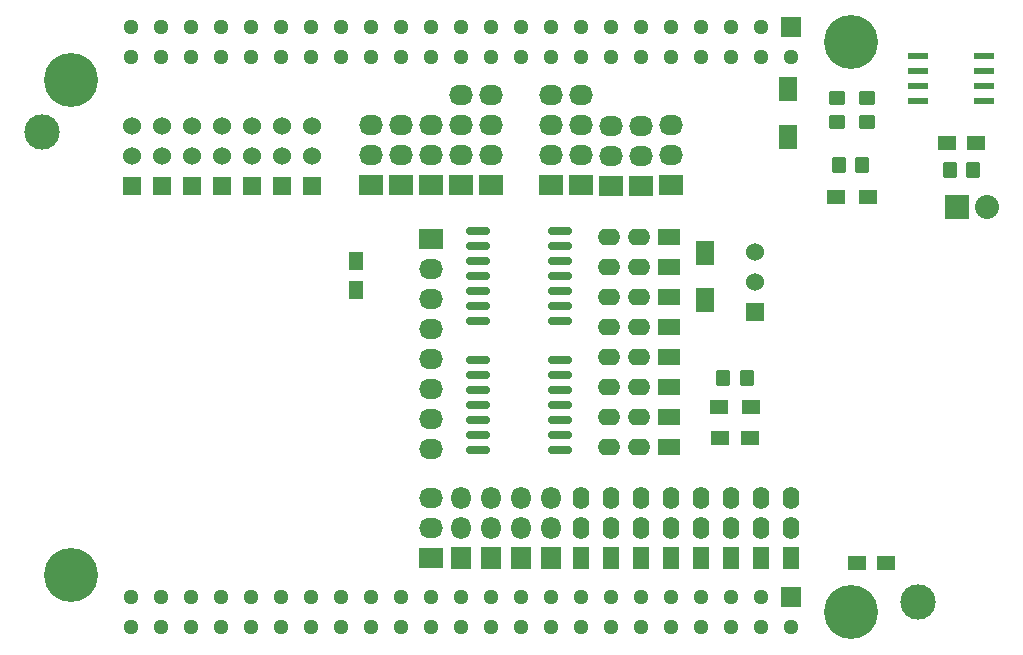
<source format=gbr>
%TF.GenerationSoftware,KiCad,Pcbnew,(6.0.1)*%
%TF.CreationDate,2022-05-20T17:21:30-04:00*%
%TF.ProjectId,BBB-GVS-4,4242422d-4756-4532-9d34-2e6b69636164,0.3*%
%TF.SameCoordinates,PX5962530PY32436e8*%
%TF.FileFunction,Soldermask,Top*%
%TF.FilePolarity,Negative*%
%FSLAX46Y46*%
G04 Gerber Fmt 4.6, Leading zero omitted, Abs format (unit mm)*
G04 Created by KiCad (PCBNEW (6.0.1)) date 2022-05-20 17:21:30*
%MOMM*%
%LPD*%
G01*
G04 APERTURE LIST*
G04 Aperture macros list*
%AMRoundRect*
0 Rectangle with rounded corners*
0 $1 Rounding radius*
0 $2 $3 $4 $5 $6 $7 $8 $9 X,Y pos of 4 corners*
0 Add a 4 corners polygon primitive as box body*
4,1,4,$2,$3,$4,$5,$6,$7,$8,$9,$2,$3,0*
0 Add four circle primitives for the rounded corners*
1,1,$1+$1,$2,$3*
1,1,$1+$1,$4,$5*
1,1,$1+$1,$6,$7*
1,1,$1+$1,$8,$9*
0 Add four rect primitives between the rounded corners*
20,1,$1+$1,$2,$3,$4,$5,0*
20,1,$1+$1,$4,$5,$6,$7,0*
20,1,$1+$1,$6,$7,$8,$9,0*
20,1,$1+$1,$8,$9,$2,$3,0*%
G04 Aperture macros list end*
%ADD10C,4.572000*%
%ADD11R,1.651000X1.651000*%
%ADD12C,1.300480*%
%ADD13RoundRect,0.150000X-0.837500X-0.150000X0.837500X-0.150000X0.837500X0.150000X-0.837500X0.150000X0*%
%ADD14RoundRect,0.250000X0.450000X-0.350000X0.450000X0.350000X-0.450000X0.350000X-0.450000X-0.350000X0*%
%ADD15RoundRect,0.250000X0.350000X0.450000X-0.350000X0.450000X-0.350000X-0.450000X0.350000X-0.450000X0*%
%ADD16RoundRect,0.250000X-0.350000X-0.450000X0.350000X-0.450000X0.350000X0.450000X-0.350000X0.450000X0*%
%ADD17R,1.524000X1.524000*%
%ADD18C,1.524000*%
%ADD19C,3.000000*%
%ADD20R,1.651000X0.599440*%
%ADD21R,2.032000X1.727200*%
%ADD22O,2.032000X1.727200*%
%ADD23R,2.032000X2.032000*%
%ADD24O,2.032000X2.032000*%
%ADD25R,1.500000X1.250000*%
%ADD26R,1.250000X1.500000*%
%ADD27R,1.500000X1.300000*%
%ADD28R,1.600000X2.000000*%
%ADD29R,1.905000X1.422400*%
%ADD30O,1.905000X1.422400*%
%ADD31R,1.422400X1.905000*%
%ADD32O,1.422400X1.905000*%
%ADD33R,1.651000X1.905000*%
%ADD34O,1.651000X1.905000*%
G04 APERTURE END LIST*
D10*
%TO.C,BRD1*%
X5715000Y-6350000D03*
X71755000Y-3175000D03*
X71755000Y-51435000D03*
X5715000Y-48260000D03*
D11*
X66675000Y-1905000D03*
D12*
X66675000Y-4445000D03*
X64135000Y-1905000D03*
X64135000Y-4445000D03*
X61595000Y-1905000D03*
X61595000Y-4445000D03*
X59055000Y-1905000D03*
X59055000Y-4445000D03*
X56515000Y-1905000D03*
X56515000Y-4445000D03*
X53975000Y-1905000D03*
X53975000Y-4445000D03*
X51435000Y-1905000D03*
X51435000Y-4445000D03*
X48895000Y-1905000D03*
X48895000Y-4445000D03*
X46355000Y-1905000D03*
X46355000Y-4445000D03*
X43815000Y-1905000D03*
X43815000Y-4445000D03*
X41275000Y-1905000D03*
X41275000Y-4445000D03*
X38735000Y-1905000D03*
X38735000Y-4445000D03*
X36195000Y-1905000D03*
X36195000Y-4445000D03*
X33655000Y-1905000D03*
X33655000Y-4445000D03*
X31115000Y-1905000D03*
X31115000Y-4445000D03*
X28575000Y-1905000D03*
X28575000Y-4445000D03*
X26035000Y-1905000D03*
X26035000Y-4445000D03*
X23495000Y-1905000D03*
X23495000Y-4445000D03*
X20955000Y-1905000D03*
X20955000Y-4445000D03*
X18415000Y-1905000D03*
X18415000Y-4445000D03*
X15875000Y-1905000D03*
X15875000Y-4445000D03*
X13335000Y-1905000D03*
X13335000Y-4445000D03*
X10795000Y-1905000D03*
X10795000Y-4445000D03*
D11*
X66675000Y-50165000D03*
D12*
X66675000Y-52705000D03*
X64135000Y-50165000D03*
X64135000Y-52705000D03*
X61595000Y-50165000D03*
X61595000Y-52705000D03*
X59055000Y-50165000D03*
X59055000Y-52705000D03*
X56515000Y-50165000D03*
X56515000Y-52705000D03*
X53975000Y-50165000D03*
X53975000Y-52705000D03*
X51435000Y-50165000D03*
X51435000Y-52705000D03*
X48895000Y-50165000D03*
X48895000Y-52705000D03*
X46355000Y-50165000D03*
X46355000Y-52705000D03*
X43815000Y-50165000D03*
X43815000Y-52705000D03*
X41275000Y-50165000D03*
X41275000Y-52705000D03*
X38735000Y-50165000D03*
X38735000Y-52705000D03*
X36195000Y-50165000D03*
X36195000Y-52705000D03*
X33655000Y-50165000D03*
X33655000Y-52705000D03*
X31115000Y-50165000D03*
X31115000Y-52705000D03*
X28575000Y-50165000D03*
X28575000Y-52705000D03*
X26035000Y-50165000D03*
X26035000Y-52705000D03*
X23495000Y-50165000D03*
X23495000Y-52705000D03*
X20955000Y-50165000D03*
X20955000Y-52705000D03*
X18415000Y-50165000D03*
X18415000Y-52705000D03*
X15875000Y-50165000D03*
X15875000Y-52705000D03*
X13335000Y-50165000D03*
X13335000Y-52705000D03*
X10795000Y-50165000D03*
X10795000Y-52705000D03*
%TD*%
D13*
%TO.C,U5*%
X40225500Y-30099000D03*
X40225500Y-31369000D03*
X40225500Y-32639000D03*
X40225500Y-33909000D03*
X40225500Y-35179000D03*
X40225500Y-36449000D03*
X40225500Y-37719000D03*
X47150500Y-37719000D03*
X47150500Y-36449000D03*
X47150500Y-35179000D03*
X47150500Y-33909000D03*
X47150500Y-32639000D03*
X47150500Y-31369000D03*
X47150500Y-30099000D03*
%TD*%
%TO.C,U4*%
X40225500Y-19177000D03*
X40225500Y-20447000D03*
X40225500Y-21717000D03*
X40225500Y-22987000D03*
X40225500Y-24257000D03*
X40225500Y-25527000D03*
X40225500Y-26797000D03*
X47150500Y-26797000D03*
X47150500Y-25527000D03*
X47150500Y-24257000D03*
X47150500Y-22987000D03*
X47150500Y-21717000D03*
X47150500Y-20447000D03*
X47150500Y-19177000D03*
%TD*%
D14*
%TO.C,R5*%
X70612000Y-9890000D03*
X70612000Y-7890000D03*
%TD*%
%TO.C,R4*%
X73152000Y-9890000D03*
X73152000Y-7890000D03*
%TD*%
D15*
%TO.C,R3*%
X82153000Y-13970000D03*
X80153000Y-13970000D03*
%TD*%
%TO.C,R2*%
X60976000Y-31623000D03*
X62976000Y-31623000D03*
%TD*%
D16*
%TO.C,R1*%
X70755000Y-13589000D03*
X72755000Y-13589000D03*
%TD*%
D17*
%TO.C,A6*%
X26162000Y-15367000D03*
D18*
X26162000Y-12827000D03*
X26162000Y-10287000D03*
%TD*%
D17*
%TO.C,A5*%
X23622000Y-15367000D03*
D18*
X23622000Y-12827000D03*
X23622000Y-10287000D03*
%TD*%
D17*
%TO.C,A4*%
X21082000Y-15367000D03*
D18*
X21082000Y-12827000D03*
X21082000Y-10287000D03*
%TD*%
D17*
%TO.C,A0*%
X10922000Y-15367000D03*
D18*
X10922000Y-12827000D03*
X10922000Y-10287000D03*
%TD*%
D17*
%TO.C,A1*%
X13462000Y-15367000D03*
D18*
X13462000Y-12827000D03*
X13462000Y-10287000D03*
%TD*%
D17*
%TO.C,A3*%
X18542000Y-15367000D03*
D18*
X18542000Y-12827000D03*
X18542000Y-10287000D03*
%TD*%
D17*
%TO.C,A2*%
X16002000Y-15367000D03*
D18*
X16002000Y-12827000D03*
X16002000Y-10287000D03*
%TD*%
D17*
%TO.C,J25*%
X63627000Y-26035000D03*
D18*
X63627000Y-23495000D03*
X63627000Y-20955000D03*
%TD*%
D19*
%TO.C,FID1*%
X77470000Y-50546000D03*
%TD*%
%TO.C,FID2*%
X3302000Y-10795000D03*
%TD*%
D20*
%TO.C,U1*%
X77470000Y-8128000D03*
X83058000Y-8128000D03*
X77470000Y-6858000D03*
X77470000Y-5588000D03*
X77470000Y-4318000D03*
X83058000Y-6858000D03*
X83058000Y-5588000D03*
X83058000Y-4318000D03*
%TD*%
D21*
%TO.C,P1*%
X36195000Y-19812000D03*
D22*
X36195000Y-22352000D03*
X36195000Y-24892000D03*
X36195000Y-27432000D03*
X36195000Y-29972000D03*
X36195000Y-32512000D03*
X36195000Y-35052000D03*
X36195000Y-37592000D03*
%TD*%
D21*
%TO.C,J12*%
X36195000Y-46863000D03*
D22*
X36195000Y-44323000D03*
X36195000Y-41783000D03*
%TD*%
D21*
%TO.C,J4*%
X38735000Y-15255000D03*
D22*
X38735000Y-12715000D03*
X38735000Y-10175000D03*
X38735000Y-7635000D03*
%TD*%
D21*
%TO.C,J7*%
X48895000Y-15240000D03*
D22*
X48895000Y-12700000D03*
X48895000Y-10160000D03*
X48895000Y-7620000D03*
%TD*%
D21*
%TO.C,J6*%
X46355000Y-15240000D03*
D22*
X46355000Y-12700000D03*
X46355000Y-10160000D03*
X46355000Y-7620000D03*
%TD*%
D21*
%TO.C,J5*%
X41275000Y-15240000D03*
D22*
X41275000Y-12700000D03*
X41275000Y-10160000D03*
X41275000Y-7620000D03*
%TD*%
D21*
%TO.C,J8*%
X51435000Y-15300800D03*
D22*
X51435000Y-12760800D03*
X51435000Y-10220800D03*
%TD*%
D21*
%TO.C,J3*%
X36195000Y-15240000D03*
D22*
X36195000Y-12700000D03*
X36195000Y-10160000D03*
%TD*%
D21*
%TO.C,J2*%
X33655000Y-15240000D03*
D22*
X33655000Y-12700000D03*
X33655000Y-10160000D03*
%TD*%
D21*
%TO.C,J10*%
X56515000Y-15240000D03*
D22*
X56515000Y-12700000D03*
X56515000Y-10160000D03*
%TD*%
D21*
%TO.C,J9*%
X53975000Y-15316200D03*
D22*
X53975000Y-12776200D03*
X53975000Y-10236200D03*
%TD*%
D21*
%TO.C,J1*%
X31115000Y-15240000D03*
D22*
X31115000Y-12700000D03*
X31115000Y-10160000D03*
%TD*%
D23*
%TO.C,J11*%
X80772000Y-17145000D03*
D24*
X83312000Y-17145000D03*
%TD*%
D25*
%TO.C,C1*%
X79903000Y-11684000D03*
X82403000Y-11684000D03*
%TD*%
%TO.C,C3*%
X72283000Y-47244000D03*
X74783000Y-47244000D03*
%TD*%
D26*
%TO.C,C4*%
X29921200Y-21660800D03*
X29921200Y-24160800D03*
%TD*%
D27*
%TO.C,D1*%
X73232000Y-16256000D03*
X70532000Y-16256000D03*
%TD*%
%TO.C,D2*%
X60626000Y-34036000D03*
X63326000Y-34036000D03*
%TD*%
D28*
%TO.C,F1*%
X59436000Y-24987000D03*
X59436000Y-20987000D03*
%TD*%
%TO.C,F2*%
X66421000Y-11144000D03*
X66421000Y-7144000D03*
%TD*%
D25*
%TO.C,C2*%
X60726000Y-36703000D03*
X63226000Y-36703000D03*
%TD*%
D29*
%TO.C,J26*%
X56388000Y-37465000D03*
D30*
X53848000Y-37465000D03*
X51308000Y-37465000D03*
D29*
X56388000Y-34925000D03*
D30*
X53848000Y-34925000D03*
X51308000Y-34925000D03*
D29*
X56388000Y-32385000D03*
D30*
X53848000Y-32385000D03*
X51308000Y-32385000D03*
D29*
X56388000Y-29845000D03*
D30*
X53848000Y-29845000D03*
X51308000Y-29845000D03*
D29*
X56388000Y-27305000D03*
D30*
X53848000Y-27305000D03*
X51308000Y-27305000D03*
D29*
X56388000Y-24765000D03*
D30*
X53848000Y-24765000D03*
X51308000Y-24765000D03*
D29*
X56388000Y-22225000D03*
D30*
X53848000Y-22225000D03*
X51308000Y-22225000D03*
D29*
X56388000Y-19685000D03*
D30*
X53848000Y-19685000D03*
X51308000Y-19685000D03*
%TD*%
D31*
%TO.C,J24*%
X48895000Y-46863000D03*
D32*
X48895000Y-44323000D03*
X48895000Y-41783000D03*
D31*
X51435000Y-46863000D03*
D32*
X51435000Y-44323000D03*
X51435000Y-41783000D03*
D31*
X53975000Y-46863000D03*
D32*
X53975000Y-44323000D03*
X53975000Y-41783000D03*
D31*
X56515000Y-46863000D03*
D32*
X56515000Y-44323000D03*
X56515000Y-41783000D03*
D31*
X59055000Y-46863000D03*
D32*
X59055000Y-44323000D03*
X59055000Y-41783000D03*
D31*
X61595000Y-46863000D03*
D32*
X61595000Y-44323000D03*
X61595000Y-41783000D03*
D31*
X64135000Y-46863000D03*
D32*
X64135000Y-44323000D03*
X64135000Y-41783000D03*
D31*
X66675000Y-46863000D03*
D32*
X66675000Y-44323000D03*
X66675000Y-41783000D03*
%TD*%
D33*
%TO.C,J16*%
X38735000Y-46863000D03*
D34*
X38735000Y-44323000D03*
X38735000Y-41783000D03*
D33*
X41275000Y-46863000D03*
D34*
X41275000Y-44323000D03*
X41275000Y-41783000D03*
D33*
X43815000Y-46863000D03*
D34*
X43815000Y-44323000D03*
X43815000Y-41783000D03*
D33*
X46355000Y-46863000D03*
D34*
X46355000Y-44323000D03*
X46355000Y-41783000D03*
%TD*%
M02*

</source>
